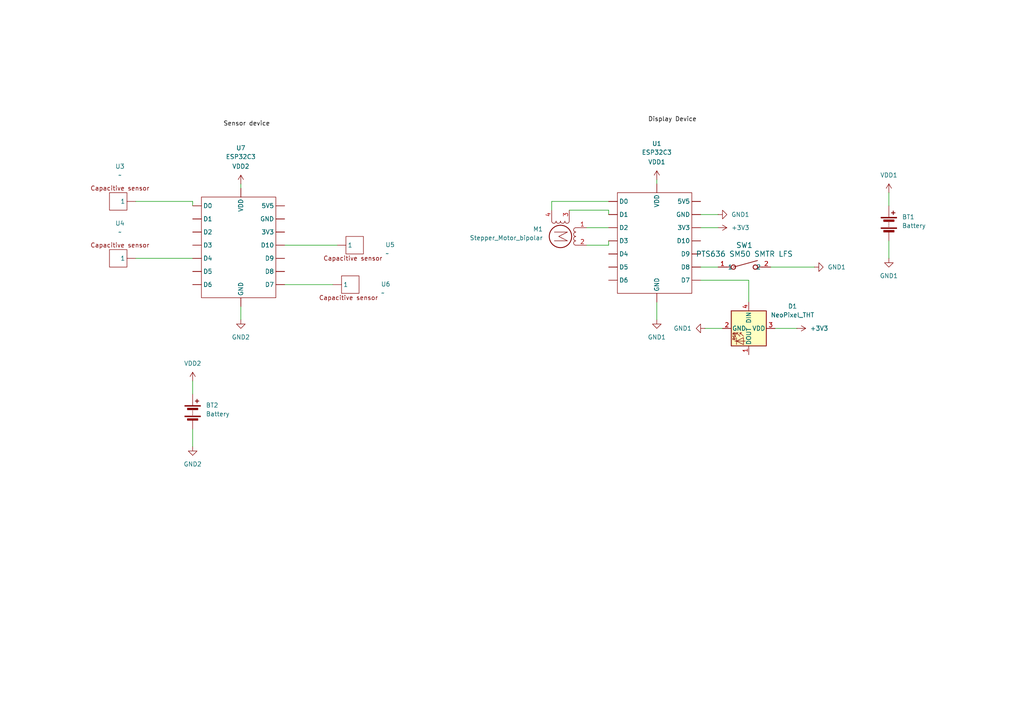
<source format=kicad_sch>
(kicad_sch (version 20250114) (generator "eeschema") (generator_version "9.0")
  (paper "A4")
  (lib_symbols
    (symbol "2026-01-27_02-22-24:PTS636_SM50_SMTR_LFS" (pin_names (offset 0.254))
      (property "Reference" "SW" (at 7.62 3.81 0))
      (property "Value" "PTS636 SM50 SMTR LFS" (at 0 0 0))
      (symbol "PTS636_SM50_SMTR_LFS_0_1"
        (polyline (pts (xy 2.54 0) (xy 3.81 0)) (stroke (width 0.2032)))
        (polyline (pts (xy 4.445 0) (xy 11.43 1.905)) (stroke (width 0.2032)))
        (circle (center 4.445 0) (radius 0.635) (stroke (width 0.254)))
        (circle (center 10.795 0) (radius 0.635) (stroke (width 0.254)))
        (polyline (pts (xy 12.7 0) (xy 11.43 0)) (stroke (width 0.2032)))
        (pin unspecified line (at 0 0 0) (length 2.54) (name "1") (number "1"))
        (pin unspecified line (at 15.24 0 180) (length 2.54) (name "2") (number "2"))
      )
    )
    (symbol "Device:Battery" (pin_numbers (hide yes)) (pin_names (offset 0) (hide yes))
      (property "Reference" "BT" (at 2.54 2.54 0))
      (property "Value" "Battery" (at 2.54 0 0))
      (symbol "Battery_0_1"
        (rectangle (start -2.286 1.778) (end 2.286 1.524) (fill (type outline)))
        (rectangle (start -2.286 -1.27) (end 2.286 -1.524) (fill (type outline)))
        (rectangle (start -1.524 1.016) (end 1.524 0.508) (fill (type outline)))
        (rectangle (start -1.524 -2.032) (end 1.524 -2.54) (fill (type outline)))
        (polyline (pts (xy 0 1.778) (xy 0 2.54)))
        (polyline (pts (xy 0 0) (xy 0 0.254)))
        (polyline (pts (xy 0 -0.508) (xy 0 -0.254)))
        (polyline (pts (xy 0 -1.016) (xy 0 -0.762)))
        (polyline (pts (xy 0.762 3.048) (xy 1.778 3.048)) (stroke (width 0.254)))
        (polyline (pts (xy 1.27 3.556) (xy 1.27 2.54)) (stroke (width 0.254)))
      )
      (symbol "Battery_1_1"
        (pin passive line (at 0 5.08 270) (length 2.54) (name "+") (number "1"))
        (pin passive line (at 0 -5.08 90) (length 2.54) (name "-") (number "2"))
      )
    )
    (symbol "ESP32C3:ESP32C3"
      (property "Reference" "U1" (at 11.43 43.434 0))
      (property "Value" "ESP32C3" (at 11.43 40.894 0))
      (symbol "ESP32C3_0_1"
        (rectangle (start 0 29.21) (end 21.59 0))
      )
      (symbol "ESP32C3_1_1"
        (pin input line (at -2.54 26.67 0) (length 2.54) (name "D0") (number ""))
        (pin input line (at -2.54 22.86 0) (length 2.54) (name "D1") (number ""))
        (pin input line (at -2.54 19.05 0) (length 2.54) (name "D2") (number ""))
        (pin input line (at -2.54 15.24 0) (length 2.54) (name "D3") (number ""))
        (pin input line (at -2.54 11.43 0) (length 2.54) (name "D4") (number ""))
        (pin input line (at -2.54 7.62 0) (length 2.54) (name "D5") (number ""))
        (pin input line (at -2.54 3.81 0) (length 2.54) (name "D6") (number ""))
        (pin input line (at 11.43 31.75 270) (length 2.54) (name "VDD") (number ""))
        (pin input line (at 11.43 -2.54 90) (length 2.54) (name "GND") (number ""))
        (pin input line (at 24.13 26.67 180) (length 2.54) (name "5V5") (number ""))
        (pin input line (at 24.13 22.86 180) (length 2.54) (name "GND") (number ""))
        (pin input line (at 24.13 19.05 180) (length 2.54) (name "3V3") (number ""))
        (pin input line (at 24.13 15.24 180) (length 2.54) (name "D10") (number ""))
        (pin input line (at 24.13 11.43 180) (length 2.54) (name "D9") (number ""))
        (pin input line (at 24.13 7.62 180) (length 2.54) (name "D8") (number ""))
        (pin input line (at 24.13 3.81 180) (length 2.54) (name "D7") (number ""))
      )
    )
    (symbol "ESP32C3_2"
      (property "Reference" "U1" (at 11.43 43.434 0))
      (property "Value" "ESP32C3" (at 11.43 40.894 0))
      (symbol "ESP32C3_2_0_1"
        (rectangle (start 0 29.21) (end 21.59 0))
      )
      (symbol "ESP32C3_2_1_1"
        (pin input line (at -2.54 26.67 0) (length 2.54) (name "D0") (number ""))
        (pin input line (at -2.54 22.86 0) (length 2.54) (name "D1") (number ""))
        (pin input line (at -2.54 19.05 0) (length 2.54) (name "D2") (number ""))
        (pin input line (at -2.54 15.24 0) (length 2.54) (name "D3") (number ""))
        (pin input line (at -2.54 11.43 0) (length 2.54) (name "D4") (number ""))
        (pin input line (at -2.54 7.62 0) (length 2.54) (name "D5") (number ""))
        (pin input line (at -2.54 3.81 0) (length 2.54) (name "D6") (number ""))
        (pin input line (at 11.43 31.75 270) (length 2.54) (name "VDD") (number ""))
        (pin input line (at 11.43 -2.54 90) (length 2.54) (name "GND") (number ""))
        (pin input line (at 24.13 26.67 180) (length 2.54) (name "5V5") (number ""))
        (pin input line (at 24.13 22.86 180) (length 2.54) (name "GND") (number ""))
        (pin input line (at 24.13 19.05 180) (length 2.54) (name "3V3") (number ""))
        (pin input line (at 24.13 15.24 180) (length 2.54) (name "D10") (number ""))
        (pin input line (at 24.13 11.43 180) (length 2.54) (name "D9") (number ""))
        (pin input line (at 24.13 7.62 180) (length 2.54) (name "D8") (number ""))
        (pin input line (at 24.13 3.81 180) (length 2.54) (name "D7") (number ""))
      )
    )
    (symbol "LED:NeoPixel_THT" (pin_names (offset 0.254))
      (property "Reference" "D" (at 5.08 5.715 0))
      (property "Value" "NeoPixel_THT" (at 1.27 -5.715 0))
      (symbol "NeoPixel_THT_0_0"
        (text "RGB" (at 2.286 -4.191 0) (effects (font (size 0.762 0.762))))
      )
      (symbol "NeoPixel_THT_0_1"
        (polyline (pts (xy 1.27 -2.54) (xy 1.778 -2.54)))
        (polyline (pts (xy 1.27 -3.556) (xy 1.778 -3.556)))
        (polyline (pts (xy 2.286 -1.524) (xy 1.27 -2.54) (xy 1.27 -2.032)))
        (polyline (pts (xy 2.286 -2.54) (xy 1.27 -3.556) (xy 1.27 -3.048)))
        (polyline (pts (xy 3.683 -1.016) (xy 3.683 -3.556) (xy 3.683 -4.064)))
        (polyline (pts (xy 4.699 -1.524) (xy 2.667 -1.524) (xy 3.683 -3.556) (xy 4.699 -1.524)))
        (polyline (pts (xy 4.699 -3.556) (xy 2.667 -3.556)))
        (rectangle (start 5.08 5.08) (end -5.08 -5.08) (stroke (width 0.254)) (fill (type background)))
      )
      (symbol "NeoPixel_THT_1_1"
        (pin input line (at -7.62 0 0) (length 2.54) (name "DIN") (number "4"))
        (pin power_in line (at 0 7.62 270) (length 2.54) (name "VDD") (number "3"))
        (pin power_in line (at 0 -7.62 90) (length 2.54) (name "GND") (number "2"))
        (pin output line (at 7.62 0 180) (length 2.54) (name "DOUT") (number "1"))
      )
    )
    (symbol "Motor:Stepper_Motor_bipolar" (pin_names (offset 0) (hide yes))
      (property "Reference" "M" (at 3.81 2.54 0))
      (property "Value" "Stepper_Motor_bipolar" (at 3.81 1.27 0))
      (symbol "Stepper_Motor_bipolar_0_0"
        (polyline (pts (xy -1.27 -1.778) (xy -1.27 2.032) (xy 0 -0.508) (xy 1.27 2.032) (xy 1.27 -1.778)))
      )
      (symbol "Stepper_Motor_bipolar_0_1"
        (polyline (pts (xy -5.08 2.54) (xy -4.445 2.54)))
        (polyline (pts (xy -5.08 -2.54) (xy -4.445 -2.54)))
        (arc (start -4.445 2.54) (mid -3.8127 1.905) (end -4.445 1.27))
        (arc (start -4.445 1.27) (mid -3.8127 0.635) (end -4.445 0))
        (arc (start -4.445 0) (mid -3.8127 -0.635) (end -4.445 -1.27))
        (arc (start -4.445 -1.27) (mid -3.8127 -1.905) (end -4.445 -2.54))
        (polyline (pts (xy -2.54 5.08) (xy -2.54 4.445)))
        (arc (start -1.27 4.445) (mid -1.905 3.8127) (end -2.54 4.445))
        (arc (start 0 4.445) (mid -0.635 3.8127) (end -1.27 4.445))
        (circle (center 0 0) (radius 3.2512) (stroke (width 0.254)))
        (arc (start 1.27 4.445) (mid 0.635 3.8127) (end 0 4.445))
        (arc (start 2.54 4.445) (mid 1.905 3.8127) (end 1.27 4.445))
        (polyline (pts (xy 2.54 5.08) (xy 2.54 4.445)))
      )
      (symbol "Stepper_Motor_bipolar_1_1"
        (pin passive line (at -7.62 2.54 0) (length 2.54) (name "~") (number "3"))
        (pin passive line (at -7.62 -2.54 0) (length 2.54) (name "~") (number "4"))
        (pin passive line (at -2.54 7.62 270) (length 2.54) (name "~") (number "1"))
        (pin passive line (at 2.54 7.62 270) (length 2.54) (name "-") (number "2"))
      )
    )
    (symbol "Techin514:Capacitive_sensor"
      (property "Reference" "U" (at 0 6.096 0))
      (symbol "Capacitive_sensor_0_1"
        (rectangle (start -2.54 2.54) (end 2.54 -2.54))
      )
      (symbol "Capacitive_sensor_1_1"
        (text "Capacitive sensor" (at 0.508 3.81 0) (effects (font (size 1.27 1.27))))
        (pin output line (at 5.08 0 180) (length 2.54) (name "1") (number ""))
      )
    )
    (symbol "power:+3V3" (power) (pin_numbers (hide yes)) (pin_names (offset 0) (hide yes))
      (property "Value" "+3V3" (at 0 3.556 0))
      (symbol "+3V3_0_1"
        (polyline (pts (xy -0.762 1.27) (xy 0 2.54)))
        (polyline (pts (xy 0 2.54) (xy 0.762 1.27)))
        (polyline (pts (xy 0 0) (xy 0 2.54)))
      )
      (symbol "+3V3_1_1"
        (pin power_in line (at 0 0 90) (length 0) (name "~") (number "1"))
      )
    )
    (symbol "power:GND" (power) (pin_numbers (hide yes)) (pin_names (offset 0) (hide yes))
      (property "Value" "GND" (at 0 -3.81 0))
      (symbol "GND_0_1"
        (polyline (pts (xy 0 0) (xy 0 -1.27) (xy 1.27 -1.27) (xy 0 -2.54) (xy -1.27 -1.27) (xy 0 -1.27)))
      )
      (symbol "GND_1_1"
        (pin power_in line (at 0 0 270) (length 0) (name "~") (number "1"))
      )
    )
    (symbol "power:VDD" (power) (pin_numbers (hide yes)) (pin_names (offset 0) (hide yes))
      (property "Value" "VDD" (at 0 3.556 0))
      (symbol "VDD_0_1"
        (polyline (pts (xy -0.762 1.27) (xy 0 2.54)))
        (polyline (pts (xy 0 2.54) (xy 0.762 1.27)))
        (polyline (pts (xy 0 0) (xy 0 2.54)))
      )
      (symbol "VDD_1_1"
        (pin power_in line (at 0 0 90) (length 0) (name "~") (number "1"))
      )
    )
  )
  (wire (pts (xy 224.79 95.25) (xy 231.14 95.25)))
  (wire (pts (xy 208.28 77.47) (xy 203.2 77.47)))
  (wire (pts (xy 223.52 77.47) (xy 236.22 77.47)))
  (wire (pts (xy 69.85 53.34) (xy 69.85 54.61)))
  (wire (pts (xy 69.85 88.9) (xy 69.85 92.71)))
  (wire (pts (xy 55.88 58.42) (xy 55.88 59.69)))
  (wire (pts (xy 190.5 87.63) (xy 190.5 92.71)))
  (wire (pts (xy 190.5 52.07) (xy 190.5 53.34)))
  (wire (pts (xy 203.2 66.04) (xy 208.28 66.04)))
  (wire (pts (xy 160.02 58.42) (xy 176.53 58.42)))
  (wire (pts (xy 82.55 82.55) (xy 96.52 82.55)))
  (wire (pts (xy 170.18 71.12) (xy 176.53 71.12)))
  (wire (pts (xy 165.1 60.96) (xy 176.53 60.96)))
  (wire (pts (xy 176.53 71.12) (xy 176.53 69.85)))
  (wire (pts (xy 55.88 124.46) (xy 55.88 129.54)))
  (wire (pts (xy 55.88 110.49) (xy 55.88 114.3)))
  (wire (pts (xy 176.53 60.96) (xy 176.53 62.23)))
  (wire (pts (xy 82.55 71.12) (xy 97.79 71.12)))
  (wire (pts (xy 203.2 81.28) (xy 217.17 81.28)))
  (wire (pts (xy 203.2 62.23) (xy 208.28 62.23)))
  (wire (pts (xy 257.81 69.85) (xy 257.81 74.93)))
  (wire (pts (xy 170.18 66.04) (xy 176.53 66.04)))
  (wire (pts (xy 257.81 55.88) (xy 257.81 59.69)))
  (wire (pts (xy 39.37 74.93) (xy 55.88 74.93)))
  (wire (pts (xy 204.47 95.25) (xy 209.55 95.25)))
  (wire (pts (xy 39.37 58.42) (xy 55.88 58.42)))
  (wire (pts (xy 160.02 60.96) (xy 160.02 58.42)))
  (wire (pts (xy 217.17 81.28) (xy 217.17 87.63)))
  (label "Display Device" (at 187.96 35.56 0))
  (label "Sensor device" (at 64.77 36.83 0))
  (symbol (lib_id "Device:Battery") (at 55.88 119.38 0) (unit 1)
    (property "Reference" "BT2" (at 59.69 117.5384 0) (effects (justify left)))
    (property "Value" "Battery" (at 59.69 120.0784 0) (effects (justify left)))
    (property "Footprint" "Connector_JST:JST_PH_S2B-PH-K_1x02_P2.00mm_Horizontal" (effects (hide yes)))
    (property "Description" "Multiple-cell battery" (effects (hide yes)))
  )
  (symbol (lib_id "ESP32C3:ESP32C3") (at 179.07 85.09 0) (unit 1)
    (property "Reference" "U1" (at 190.5 41.656 0))
    (property "Value" "ESP32C3" (at 190.5 44.196 0))
    (property "Footprint" "RF_Module:ESP32-C3-DevKitM-1" (effects (hide yes)))
  )
  (symbol (lib_id "Techin514:Capacitive_sensor") (at 34.29 58.42 0) (unit 1)
    (property "Reference" "U3" (at 34.798 48.26 0))
    (property "Value" "~" (at 34.798 50.8 0))
    (property "Footprint" "TestPoint:TestPoint_Pad_D1.0mm" (effects (hide yes)))
  )
  (symbol (lib_id "power:VDD") (at 257.81 55.88 0) (unit 1)
    (property "Reference" "#PWR04" (effects (hide yes)))
    (property "Value" "VDD1" (at 257.81 50.8 0))
    (property "Description" "Power symbol creates a global label with name \"VDD\"" (effects (hide yes)))
  )
  (symbol (lib_id "Device:Battery") (at 257.81 64.77 0) (unit 1)
    (property "Reference" "BT1" (at 261.62 62.9284 0) (effects (justify left)))
    (property "Value" "Battery" (at 261.62 65.4684 0) (effects (justify left)))
    (property "Footprint" "Connector_JST:JST_PH_S2B-PH-K_1x02_P2.00mm_Horizontal" (effects (hide yes)))
    (property "Description" "Multiple-cell battery" (effects (hide yes)))
  )
  (symbol (lib_id "power:GND") (at 204.47 95.25 270) (unit 1)
    (property "Reference" "#PWR012" (effects (hide yes)))
    (property "Value" "GND1" (at 200.66 95.2499 90) (effects (justify right)))
    (property "Description" "Power symbol creates a global label with name \"GND\" , ground" (effects (hide yes)))
  )
  (symbol (lib_id "power:GND") (at 69.85 92.71 0) (unit 1)
    (property "Reference" "#PWR08" (effects (hide yes)))
    (property "Value" "GND2" (at 69.85 97.79 0))
    (property "Description" "Power symbol creates a global label with name \"GND\" , ground" (effects (hide yes)))
  )
  (symbol (lib_id "Motor:Stepper_Motor_bipolar") (at 162.56 68.58 270) (unit 1)
    (property "Reference" "M1" (at 157.48 66.459 90) (effects (justify right)))
    (property "Value" "Stepper_Motor_bipolar" (at 157.48 68.999 90) (effects (justify right)))
    (property "Footprint" "Connector_PinHeader_2.54mm:PinHeader_1x04_P2.54mm_Vertical_SMD_Pin1Left" (effects (hide yes)))
    (property "Datasheet" "http://www.infineon.com/dgdl/Application-Note-TLE8110EE_driving_UniPolarStepperMotor_V1.1.pdf?fileId=db3a30431be39b97011be5d0aa0a00b0" (effects (hide yes)))
    (property "Description" "4-wire bipolar stepper motor" (effects (hide yes)))
  )
  (symbol (lib_id "Techin514:Capacitive_sensor") (at 102.87 71.12 180) (unit 1)
    (property "Reference" "U5" (at 111.76 70.9957 0) (effects (justify right)))
    (property "Value" "~" (at 111.76 73.5357 0) (effects (justify right)))
    (property "Footprint" "TestPoint:TestPoint_Pad_D1.0mm" (effects (hide yes)))
  )
  (symbol (lib_id "power:GND") (at 208.28 62.23 90) (unit 1)
    (property "Reference" "#PWR02" (effects (hide yes)))
    (property "Value" "GND1" (at 212.09 62.2299 90) (effects (justify right)))
    (property "Description" "Power symbol creates a global label with name \"GND\" , ground" (effects (hide yes)))
  )
  (symbol (lib_id "power:VDD") (at 190.5 52.07 0) (unit 1)
    (property "Reference" "#PWR06" (effects (hide yes)))
    (property "Value" "VDD1" (at 190.5 46.99 0))
    (property "Description" "Power symbol creates a global label with name \"VDD\"" (effects (hide yes)))
  )
  (symbol (lib_id "power:VDD") (at 55.88 110.49 0) (unit 1)
    (property "Reference" "#PWR09" (effects (hide yes)))
    (property "Value" "VDD2" (at 55.88 105.41 0))
    (property "Description" "Power symbol creates a global label with name \"VDD\"" (effects (hide yes)))
  )
  (symbol (lib_id "power:+3V3") (at 208.28 66.04 270) (unit 1)
    (property "Reference" "#PWR01" (effects (hide yes)))
    (property "Value" "+3V3" (at 212.09 66.0399 90) (effects (justify left)))
    (property "Description" "Power symbol creates a global label with name \"+3V3\"" (effects (hide yes)))
  )
  (symbol (lib_id "power:GND") (at 257.81 74.93 0) (unit 1)
    (property "Reference" "#PWR03" (effects (hide yes)))
    (property "Value" "GND1" (at 257.81 80.01 0))
    (property "Description" "Power symbol creates a global label with name \"GND\" , ground" (effects (hide yes)))
  )
  (symbol (lib_id "Techin514:Capacitive_sensor") (at 101.6 82.55 180) (unit 1)
    (property "Reference" "U6" (at 110.49 82.4257 0) (effects (justify right)))
    (property "Value" "~" (at 110.49 84.9657 0) (effects (justify right)))
    (property "Footprint" "TestPoint:TestPoint_Pad_D1.0mm" (effects (hide yes)))
  )
  (symbol (lib_name "ESP32C3_2") (lib_id "ESP32C3:ESP32C3") (at 58.42 86.36 0) (unit 1)
    (property "Reference" "U7" (at 69.85 42.926 0))
    (property "Value" "ESP32C3" (at 69.85 45.466 0))
    (property "Footprint" "RF_Module:ESP32-C3-DevKitM-1" (effects (hide yes)))
  )
  (symbol (lib_id "power:GND") (at 55.88 129.54 0) (unit 1)
    (property "Reference" "#PWR010" (effects (hide yes)))
    (property "Value" "GND2" (at 55.88 134.62 0))
    (property "Description" "Power symbol creates a global label with name \"GND\" , ground" (effects (hide yes)))
  )
  (symbol (lib_id "Techin514:Capacitive_sensor") (at 34.29 74.93 0) (unit 1)
    (property "Reference" "U4" (at 34.798 64.77 0))
    (property "Value" "~" (at 34.798 67.31 0))
    (property "Footprint" "TestPoint:TestPoint_Pad_D1.0mm" (effects (hide yes)))
  )
  (symbol (lib_id "LED:NeoPixel_THT") (at 217.17 95.25 270) (unit 1)
    (property "Reference" "D1" (at 229.87 88.8298 90))
    (property "Value" "NeoPixel_THT" (at 229.87 91.3698 90))
    (property "Footprint" "LED_THT:LED_D5.0mm" (effects (hide yes)))
    (property "Datasheet" "https://www.adafruit.com/product/1938" (effects (hide yes)))
    (property "Description" "RGB LED with integrated controller, 5mm/8mm LED package" (effects (hide yes)))
  )
  (symbol (lib_id "power:+3V3") (at 231.14 95.25 270) (unit 1)
    (property "Reference" "#PWR011" (effects (hide yes)))
    (property "Value" "+3V3" (at 234.95 95.2499 90) (effects (justify left)))
    (property "Description" "Power symbol creates a global label with name \"+3V3\"" (effects (hide yes)))
  )
  (symbol (lib_id "power:VDD") (at 69.85 53.34 0) (unit 1)
    (property "Reference" "#PWR07" (effects (hide yes)))
    (property "Value" "VDD2" (at 69.85 48.26 0))
    (property "Description" "Power symbol creates a global label with name \"VDD\"" (effects (hide yes)))
  )
  (symbol (lib_id "power:GND") (at 236.22 77.47 90) (unit 1)
    (property "Reference" "#PWR013" (effects (hide yes)))
    (property "Value" "GND1" (at 240.03 77.4699 90) (effects (justify right)))
    (property "Description" "Power symbol creates a global label with name \"GND\" , ground" (effects (hide yes)))
  )
  (symbol (lib_id "power:GND") (at 190.5 92.71 0) (unit 1)
    (property "Reference" "#PWR05" (effects (hide yes)))
    (property "Value" "GND1" (at 190.5 97.79 0))
    (property "Description" "Power symbol creates a global label with name \"GND\" , ground" (effects (hide yes)))
  )
  (symbol (lib_id "2026-01-27_02-22-24:PTS636_SM50_SMTR_LFS") (at 208.28 77.47 0) (unit 1)
    (property "Reference" "SW1" (at 215.9 71.12 0) (effects (font (size 1.524 1.524))))
    (property "Value" "PTS636 SM50 SMTR LFS" (at 215.9 73.66 0) (effects (font (size 1.524 1.524))))
    (property "Footprint" "footprints_PTS636:SW_PTS636_SMT-G_5_CNK" (effects (hide yes)))
    (property "Datasheet" "PTS636 SM50 SMTR LFS" (effects (hide yes)))
  )
)
</source>
